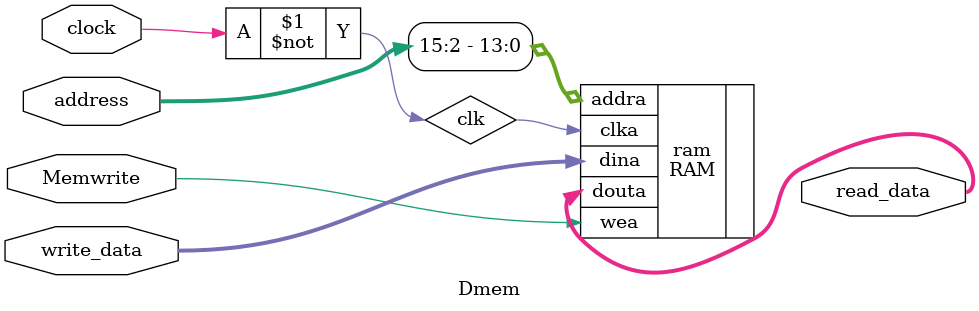
<source format=v>
module Dmem(read_data, address, write_data, Memwrite, clock);
input clock;
input wire Memwrite;
input wire[31:0] address;
input wire [31:0] write_data;
output wire [31:0] read_data;
wire clk;

assign clk = ~clock;

RAM ram (
    .clka(clk),
    .wea(Memwrite),
    .addra(address[15:2]),
    .dina(write_data),
    .douta(read_data)
);
endmodule
</source>
